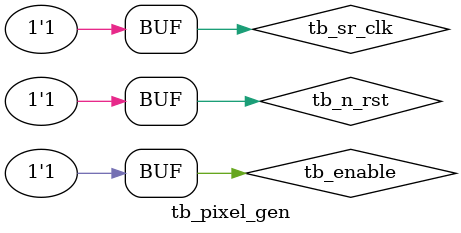
<source format=sv>
`timescale 1ns / 10ps

module tb_pixel_gen();

	// Define parameters
	parameter CLK_PERIOD				= 6.66;
  parameter SR_CLK_PERIOD				= 4;


  reg tb_sr_clk;
  reg tb_n_rst;
  reg tb_enable;
  reg tb_flag_pixel;
  
	pixel_gen DUT
	 (
	   .clk(tb_sr_clk),
	   .n_rst(tb_n_rst),
	   .enable(tb_enable),
	   .flag_pixel(tb_flag_pixel)
	);
	
	always
	begin : SR_CLK_GEN
		tb_sr_clk = 1'b0;
		#(SR_CLK_PERIOD * 1/2);
		tb_sr_clk = 1'b1;
		#(SR_CLK_PERIOD * 1/2);
	end
 	
 	// Actual test bench process
	initial
	begin
	  #1;
	  tb_n_rst = 0;
	  #10;
	  tb_n_rst = 1;
	  tb_enable=1;
	  
	end

endmodule
</source>
